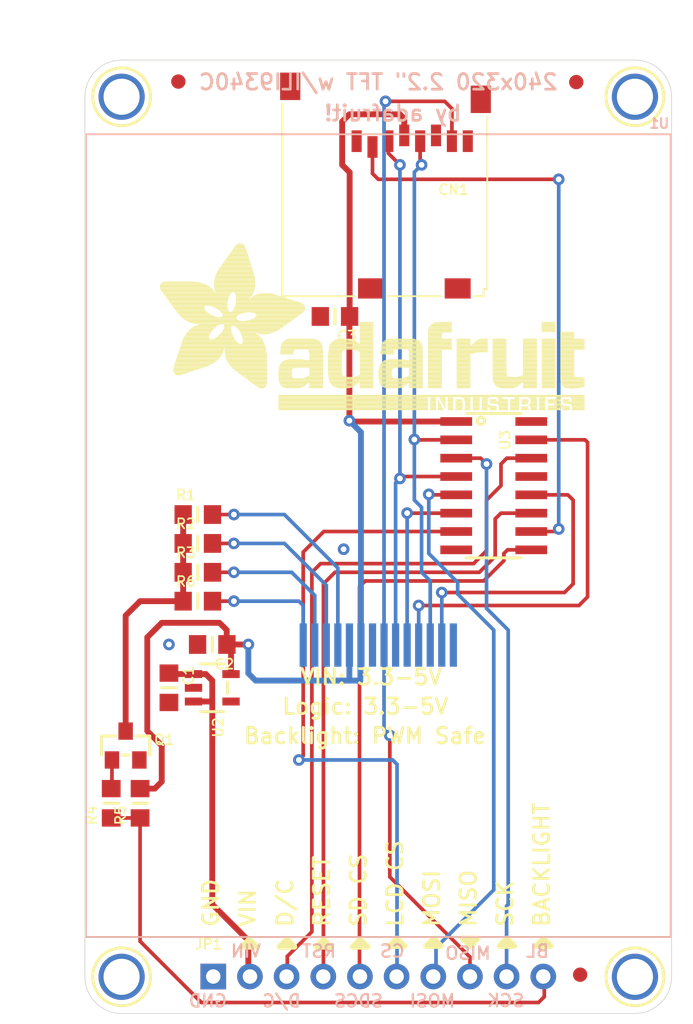
<source format=kicad_pcb>
(kicad_pcb (version 20241229) (generator "pcbnew") (generator_version "9.0")
  (layers (0 "F.Cu" signal) (2 "B.Cu" signal) (13 "F.Paste" user) (15 "B.Paste" user) (5 "F.SilkS" user "F.Silkscreen") (7 "B.SilkS" user "B.Silkscreen") (1 "F.Mask" user) (3 "B.Mask" user) (25 "Edge.Cuts" user))
  (net 0 "")
  (net 1 "N$1")
  (net 2 "N$2")
  (net 3 "N$3")
  (net 4 "GND")
  (net 5 "3.3V")
  (net 6 "VIN")
  (net 7 "RESET_3V")
  (net 8 "SCLK_3V")
  (net 9 "MOSI_3V")
  (net 10 "LCDCS_3V")
  (net 11 "MISO")
  (net 12 "SDCS_3V")
  (net 13 "SCLK_5V")
  (net 14 "MOSI_5V")
  (net 15 "LCDCS_5V")
  (net 16 "SDCS_5V")
  (net 17 "RESET_5V")
  (net 18 "LEDK")
  (net 19 "BACKLIGHT")
  (net 20 "N$4")
  (net 21 "DC_5V")
  (net 22 "DC_3V")
  (net 23 "N$5")
  (footprint "Adafruit_2.2_SPI_240x320:FIDUCIAL_1MM" (layer "F.Cu") (at 162.4851 135.3366)
    (property "Reference" "FID1" (hide yes))
    (property "Value" "FIDUCIAL\"\"" (hide yes))
    (pad "1" smd roundrect (at 0 0) (size 1 1) (layers "F.Cu" "F.Mask") (roundrect_rratio 0.5))
  )
  (footprint "Adafruit_2.2_SPI_240x320:_0805MP" (layer "F.Cu") (at 132.0011 123.4636 90)
    (property "Reference" "R5" (at -1.5875 -0.9525 90) (layer "F.SilkS") (effects (font (size 0.692831 0.692831) (thickness 0.119969)) (justify left bottom)))
    (property "Value" "10K")
    (pad "1" smd rect (at -1.016 0 90) (size 1.2 1.3) (layers "F.Cu" "F.Mask" "F.Paste") (net 19 "BACKLIGHT"))
    (pad "2" smd rect (at 1.016 0 90) (size 1.2 1.3) (layers "F.Cu" "F.Mask" "F.Paste") (net 5 "3.3V"))
  )
  (footprint "Adafruit_2.2_SPI_240x320:MOUNTINGHOLE_2.5_PLATED" (layer "F.Cu") (at 130.7211 135.4836)
    (property "Reference" "U$2" (hide yes))
    (property "Value" "MOUNTINGHOLE2.5" (hide yes))
    (pad "P$1" thru_hole circle (at 0 0) (size 3.2 3.2) (drill 2.5) (layers "*.Cu" "*.Mask"))
  )
  (footprint "Adafruit_2.2_SPI_240x320:MICROSD" (layer "F.Cu") (at 156.0011 88.2416 180)
    (property "Reference" "CN1" (at 1.18 7.69 0) (layer "F.SilkS") (effects (font (size 0.692831 0.692831) (thickness 0.119969)) (justify right top)))
    (property "Value" "")
    (pad "1" smd rect (at 9 10.64 180) (size 0.7 1.5) (layers "F.Cu" "F.Mask" "F.Paste"))
    (pad "2" smd rect (at 7.9 10.24 180) (size 0.7 1.5) (layers "F.Cu" "F.Mask" "F.Paste") (net 12 "SDCS_3V"))
    (pad "3" smd rect (at 6.8 10.64 180) (size 0.7 1.5) (layers "F.Cu" "F.Mask" "F.Paste") (net 9 "MOSI_3V"))
    (pad "4" smd rect (at 5.7 11.04 180) (size 0.7 1.5) (layers "F.Cu" "F.Mask" "F.Paste") (net 5 "3.3V"))
    (pad "5" smd rect (at 4.6 10.64 180) (size 0.7 1.5) (layers "F.Cu" "F.Mask" "F.Paste") (net 8 "SCLK_3V"))
    (pad "6" smd rect (at 3.5 11.04 180) (size 0.7 1.5) (layers "F.Cu" "F.Mask" "F.Paste") (net 4 "GND"))
    (pad "7" smd rect (at 2.4 10.64 180) (size 0.7 1.5) (layers "F.Cu" "F.Mask" "F.Paste") (net 11 "MISO"))
    (pad "8" smd rect (at 1.3 10.64 180) (size 0.7 1.5) (layers "F.Cu" "F.Mask" "F.Paste"))
    (pad "CD1" smd rect (at 2 0.44 270) (size 1.4 1.8) (layers "F.Cu" "F.Mask" "F.Paste"))
    (pad "CD2" smd rect (at 8 0.44 270) (size 1.4 1.8) (layers "F.Cu" "F.Mask" "F.Paste"))
    (pad "MT1" smd rect (at 0.4 13.54 180) (size 1.4 1.9) (layers "F.Cu" "F.Mask" "F.Paste") (net 4 "GND"))
    (pad "MT2" smd rect (at 13.6 14.44 180) (size 1.4 1.9) (layers "F.Cu" "F.Mask" "F.Paste") (net 4 "GND"))
  )
  (footprint "Adafruit_2.2_SPI_240x320:_0805MP" (layer "F.Cu") (at 137.0011 112.4636 180)
    (property "Reference" "C2" (at -1.5875 -0.9525 0) (layer "F.SilkS") (effects (font (size 0.692831 0.692831) (thickness 0.119969)) (justify right top)))
    (property "Value" "10uF")
    (pad "1" smd rect (at -1.016 0 180) (size 1.2 1.3) (layers "F.Cu" "F.Mask" "F.Paste") (net 5 "3.3V"))
    (pad "2" smd rect (at 1.016 0 180) (size 1.2 1.3) (layers "F.Cu" "F.Mask" "F.Paste") (net 4 "GND"))
  )
  (footprint "Adafruit_2.2_SPI_240x320:_0805MP" (layer "F.Cu") (at 136.0011 107.4636)
    (property "Reference" "R3" (at -1.5875 -0.9525 0) (layer "F.SilkS") (effects (font (size 0.692831 0.692831) (thickness 0.119969)) (justify left bottom)))
    (property "Value" "10")
    (pad "1" smd rect (at -1.016 0) (size 1.2 1.3) (layers "F.Cu" "F.Mask" "F.Paste") (net 18 "LEDK"))
    (pad "2" smd rect (at 1.016 0) (size 1.2 1.3) (layers "F.Cu" "F.Mask" "F.Paste") (net 3 "N$3"))
  )
  (footprint "Adafruit_2.2_SPI_240x320:ADAFRUIT_TEXT_30MM" (layer "F.Cu") (at 133.1361 96.2256)
    (property "Reference" "U$20" (hide yes))
    (property "Value" "" (hide yes))
  )
  (footprint "Adafruit_2.2_SPI_240x320:_0805MP" (layer "F.Cu") (at 136.0011 103.4636)
    (property "Reference" "R1" (at -1.5875 -0.9525 0) (layer "F.SilkS") (effects (font (size 0.692831 0.692831) (thickness 0.119969)) (justify left bottom)))
    (property "Value" "10")
    (pad "1" smd rect (at -1.016 0) (size 1.2 1.3) (layers "F.Cu" "F.Mask" "F.Paste") (net 18 "LEDK"))
    (pad "2" smd rect (at 1.016 0) (size 1.2 1.3) (layers "F.Cu" "F.Mask" "F.Paste") (net 1 "N$1"))
  )
  (footprint "Adafruit_2.2_SPI_240x320:MOUNTINGHOLE_2.5_PLATED" (layer "F.Cu") (at 130.7211 74.5236)
    (property "Reference" "U$4" (hide yes))
    (property "Value" "MOUNTINGHOLE2.5" (hide yes))
    (pad "P$1" thru_hole circle (at 0 0) (size 3.2 3.2) (drill 2.5) (layers "*.Cu" "*.Mask"))
  )
  (footprint "Adafruit_2.2_SPI_240x320:_0805MP" (layer "F.Cu") (at 130.0011 123.4636 90)
    (property "Reference" "R4" (at -1.5875 -0.9525 90) (layer "F.SilkS") (effects (font (size 0.692831 0.692831) (thickness 0.119969)) (justify left bottom)))
    (property "Value" "1K")
    (pad "1" smd rect (at -1.016 0 90) (size 1.2 1.3) (layers "F.Cu" "F.Mask" "F.Paste") (net 19 "BACKLIGHT"))
    (pad "2" smd rect (at 1.016 0 90) (size 1.2 1.3) (layers "F.Cu" "F.Mask" "F.Paste") (net 20 "N$4"))
  )
  (footprint "Adafruit_2.2_SPI_240x320:_0805MP" (layer "F.Cu") (at 136.0011 105.4636)
    (property "Reference" "R2" (at -1.5875 -0.9525 0) (layer "F.SilkS") (effects (font (size 0.692831 0.692831) (thickness 0.119969)) (justify left bottom)))
    (property "Value" "10")
    (pad "1" smd rect (at -1.016 0) (size 1.2 1.3) (layers "F.Cu" "F.Mask" "F.Paste") (net 18 "LEDK"))
    (pad "2" smd rect (at 1.016 0) (size 1.2 1.3) (layers "F.Cu" "F.Mask" "F.Paste") (net 2 "N$2"))
  )
  (footprint "Adafruit_2.2_SPI_240x320:FIDUCIAL_1MM" (layer "F.Cu") (at 162.2171 73.5076)
    (property "Reference" "FID3" (hide yes))
    (property "Value" "FIDUCIAL\"\"" (hide yes))
    (pad "1" smd roundrect (at 0 0) (size 1 1) (layers "F.Cu" "F.Mask") (roundrect_rratio 0.5))
  )
  (footprint "Adafruit_2.2_SPI_240x320:MOUNTINGHOLE_2.5_PLATED" (layer "F.Cu") (at 166.2811 74.5236)
    (property "Reference" "U$3" (hide yes))
    (property "Value" "MOUNTINGHOLE2.5" (hide yes))
    (pad "P$1" thru_hole circle (at 0 0) (size 3.2 3.2) (drill 2.5) (layers "*.Cu" "*.Mask"))
  )
  (footprint "Adafruit_2.2_SPI_240x320:1X10_ROUND70" (layer "F.Cu") (at 148.5011 135.4636)
    (property "Reference" "JP1" (at -12.7762 -1.8288 0) (layer "F.SilkS") (effects (font (size 0.692831 0.692831) (thickness 0.119969)) (justify left bottom)))
    (property "Value" "")
    (pad "1" thru_hole rect (at -11.43 0 90) (size 1.778 1.778) (drill 1) (layers "*.Cu" "*.Mask") (net 4 "GND"))
    (pad "2" thru_hole circle (at -8.89 0 90) (size 1.778 1.778) (drill 1) (layers "*.Cu" "*.Mask") (net 6 "VIN"))
    (pad "3" thru_hole circle (at -6.35 0 90) (size 1.778 1.778) (drill 1) (layers "*.Cu" "*.Mask") (net 21 "DC_5V"))
    (pad "4" thru_hole circle (at -3.81 0 90) (size 1.778 1.778) (drill 1) (layers "*.Cu" "*.Mask") (net 17 "RESET_5V"))
    (pad "5" thru_hole circle (at -1.27 0 90) (size 1.778 1.778) (drill 1) (layers "*.Cu" "*.Mask") (net 16 "SDCS_5V"))
    (pad "6" thru_hole circle (at 1.27 0 90) (size 1.778 1.778) (drill 1) (layers "*.Cu" "*.Mask") (net 15 "LCDCS_5V"))
    (pad "7" thru_hole circle (at 3.81 0 90) (size 1.778 1.778) (drill 1) (layers "*.Cu" "*.Mask") (net 14 "MOSI_5V"))
    (pad "8" thru_hole circle (at 6.35 0 90) (size 1.778 1.778) (drill 1) (layers "*.Cu" "*.Mask") (net 11 "MISO"))
    (pad "9" thru_hole circle (at 8.89 0 90) (size 1.778 1.778) (drill 1) (layers "*.Cu" "*.Mask") (net 13 "SCLK_5V"))
    (pad "10" thru_hole circle (at 11.43 0 90) (size 1.778 1.778) (drill 1) (layers "*.Cu" "*.Mask") (net 19 "BACKLIGHT"))
  )
  (footprint "Adafruit_2.2_SPI_240x320:_0805MP" (layer "F.Cu") (at 136.0011 109.4636)
    (property "Reference" "R6" (at -1.5875 -0.9525 0) (layer "F.SilkS") (effects (font (size 0.692831 0.692831) (thickness 0.119969)) (justify left bottom)))
    (property "Value" "10")
    (pad "1" smd rect (at -1.016 0) (size 1.2 1.3) (layers "F.Cu" "F.Mask" "F.Paste") (net 18 "LEDK"))
    (pad "2" smd rect (at 1.016 0) (size 1.2 1.3) (layers "F.Cu" "F.Mask" "F.Paste") (net 23 "N$5"))
  )
  (footprint "Adafruit_2.2_SPI_240x320:SOIC16" (layer "F.Cu") (at 156.5011 101.4636 -90)
    (property "Reference" "U3" (at -3.937 -0.381 90) (layer "F.SilkS") (effects (font (size 0.692831 0.692831) (thickness 0.119969)) (justify right top)))
    (property "Value" "74HC4050D")
    (pad "1" smd rect (at -4.445 2.6 270) (size 0.6 2.2) (layers "F.Cu" "F.Mask" "F.Paste") (net 5 "3.3V"))
    (pad "2" smd rect (at -3.175 2.6 270) (size 0.6 2.2) (layers "F.Cu" "F.Mask" "F.Paste") (net 8 "SCLK_3V"))
    (pad "3" smd rect (at -1.905 2.6 270) (size 0.6 2.2) (layers "F.Cu" "F.Mask" "F.Paste") (net 13 "SCLK_5V"))
    (pad "4" smd rect (at -0.635 2.6 270) (size 0.6 2.2) (layers "F.Cu" "F.Mask" "F.Paste") (net 9 "MOSI_3V"))
    (pad "5" smd rect (at 0.635 2.6 270) (size 0.6 2.2) (layers "F.Cu" "F.Mask" "F.Paste") (net 14 "MOSI_5V"))
    (pad "6" smd rect (at 1.905 2.6 270) (size 0.6 2.2) (layers "F.Cu" "F.Mask" "F.Paste") (net 10 "LCDCS_3V"))
    (pad "7" smd rect (at 3.175 2.6 270) (size 0.6 2.2) (layers "F.Cu" "F.Mask" "F.Paste") (net 15 "LCDCS_5V"))
    (pad "8" smd rect (at 4.445 2.6 270) (size 0.6 2.2) (layers "F.Cu" "F.Mask" "F.Paste") (net 4 "GND"))
    (pad "9" smd rect (at 4.445 -2.6 270) (size 0.6 2.2) (layers "F.Cu" "F.Mask" "F.Paste") (net 16 "SDCS_5V"))
    (pad "10" smd rect (at 3.175 -2.6 270) (size 0.6 2.2) (layers "F.Cu" "F.Mask" "F.Paste") (net 12 "SDCS_3V"))
    (pad "11" smd rect (at 1.905 -2.6 270) (size 0.6 2.2) (layers "F.Cu" "F.Mask" "F.Paste") (net 17 "RESET_5V"))
    (pad "12" smd rect (at 0.635 -2.6 270) (size 0.6 2.2) (layers "F.Cu" "F.Mask" "F.Paste") (net 7 "RESET_3V"))
    (pad "13" smd rect (at -0.635 -2.6 270) (size 0.6 2.2) (layers "F.Cu" "F.Mask" "F.Paste"))
    (pad "14" smd rect (at -1.905 -2.6 270) (size 0.6 2.2) (layers "F.Cu" "F.Mask" "F.Paste") (net 21 "DC_5V"))
    (pad "15" smd rect (at -3.175 -2.6 270) (size 0.6 2.2) (layers "F.Cu" "F.Mask" "F.Paste") (net 22 "DC_3V"))
    (pad "16" smd rect (at -4.445 -2.6 270) (size 0.6 2.2) (layers "F.Cu" "F.Mask" "F.Paste"))
  )
  (footprint "Adafruit_2.2_SPI_240x320:SOT23-5" (layer "F.Cu") (at 137.0011 115.4636 -90)
    (property "Reference" "U2" (at 1.978 0 90) (layer "F.SilkS") (effects (font (size 0.692831 0.692831) (thickness 0.119969)) (justify right top)))
    (property "Value" "RT9193-3.3")
    (pad "1" smd rect (at -0.95 1.3001 270) (size 0.55 1.2) (layers "F.Cu" "F.Mask" "F.Paste") (net 6 "VIN"))
    (pad "2" smd rect (at 0 1.3001 270) (size 0.55 1.2) (layers "F.Cu" "F.Mask" "F.Paste") (net 4 "GND"))
    (pad "3" smd rect (at 0.95 1.3001 270) (size 0.55 1.2) (layers "F.Cu" "F.Mask" "F.Paste") (net 6 "VIN"))
    (pad "4" smd rect (at 0.95 -1.3001 270) (size 0.55 1.2) (layers "F.Cu" "F.Mask" "F.Paste"))
    (pad "5" smd rect (at -0.95 -1.3001 270) (size 0.55 1.2) (layers "F.Cu" "F.Mask" "F.Paste") (net 5 "3.3V"))
  )
  (footprint "Adafruit_2.2_SPI_240x320:FIDUCIAL_1MM" (layer "F.Cu") (at 134.6521 73.4716)
    (property "Reference" "FID2" (hide yes))
    (property "Value" "FIDUCIAL\"\"" (hide yes))
    (pad "1" smd roundrect (at 0 0) (size 1 1) (layers "F.Cu" "F.Mask") (roundrect_rratio 0.5))
  )
  (footprint "Adafruit_2.2_SPI_240x320:MOUNTINGHOLE_2.5_PLATED" (layer "F.Cu") (at 166.2811 135.4836)
    (property "Reference" "U$5" (hide yes))
    (property "Value" "MOUNTINGHOLE2.5" (hide yes))
    (pad "P$1" thru_hole circle (at 0 0) (size 3.2 3.2) (drill 2.5) (layers "*.Cu" "*.Mask"))
  )
  (footprint "Adafruit_2.2_SPI_240x320:SOT23-WIDE" (layer "F.Cu") (at 131.0011 119.4636)
    (property "Reference" "Q1" (at 1.905 0 0) (layer "F.SilkS") (effects (font (size 0.692831 0.692831) (thickness 0.119969)) (justify left bottom)))
    (property "Value" "2N2222")
    (pad "1" smd rect (at -0.95 1) (size 1 1.2) (layers "F.Cu" "F.Mask" "F.Paste") (net 20 "N$4"))
    (pad "2" smd rect (at 0.95 1) (size 1 1.2) (layers "F.Cu" "F.Mask" "F.Paste") (net 4 "GND"))
    (pad "3" smd rect (at 0 -1) (size 1 1.2) (layers "F.Cu" "F.Mask" "F.Paste") (net 18 "LEDK"))
  )
  (footprint "Adafruit_2.2_SPI_240x320:_0805MP" (layer "F.Cu") (at 134.0011 115.4636 -90)
    (property "Reference" "C1" (at -1.5875 -0.9525 90) (layer "F.SilkS") (effects (font (size 0.692831 0.692831) (thickness 0.119969)) (justify right top)))
    (property "Value" "10uF")
    (pad "1" smd rect (at -1.016 0 270) (size 1.2 1.3) (layers "F.Cu" "F.Mask" "F.Paste") (net 6 "VIN"))
    (pad "2" smd rect (at 1.016 0 270) (size 1.2 1.3) (layers "F.Cu" "F.Mask" "F.Paste") (net 4 "GND"))
  )
  (footprint "Adafruit_2.2_SPI_240x320:_0805MP" (layer "F.Cu") (at 145.5011 89.7416 180)
    (property "Reference" "C3" (at -1.5875 -0.9525 0) (layer "F.SilkS") (effects (font (size 0.692831 0.692831) (thickness 0.119969)) (justify right top)))
    (property "Value" "10uF")
    (pad "1" smd rect (at -1.016 0 180) (size 1.2 1.3) (layers "F.Cu" "F.Mask" "F.Paste") (net 5 "3.3V"))
    (pad "2" smd rect (at 1.016 0 180) (size 1.2 1.3) (layers "F.Cu" "F.Mask" "F.Paste") (net 4 "GND"))
  )
  (footprint "Adafruit_2.2_SPI_240x320:TM022HDH26_2.2IN_LCD" (layer "B.Cu") (at 148.5011 102.8446 180)
    (property "Reference" "U1" (at -20.233 26.081 0) (layer "B.SilkS") (effects (font (size 0.666496 0.666496) (thickness 0.146304)) (justify left bottom mirror)))
    (property "Value" "")
    (pad "" np_thru_hole circle (at -18.5 -26.58 180) (size 1 1) (drill 1) (layers "*.Cu" "*.Mask"))
    (pad "" np_thru_hole circle (at -18.5 19.92 180) (size 1 1) (drill 1) (layers "*.Cu" "*.Mask"))
    (pad "" np_thru_hole circle (at -6.65 -10.01 180) (size 1 1) (drill 1) (layers "*.Cu" "*.Mask"))
    (pad "" np_thru_hole circle (at 6.65 -10.01 180) (size 1 1) (drill 1) (layers "*.Cu" "*.Mask"))
    (pad "" np_thru_hole circle (at 18.5 -26.58 180) (size 1 1) (drill 1) (layers "*.Cu" "*.Mask"))
    (pad "" np_thru_hole circle (at 18.5 19.92 180) (size 1 1) (drill 1) (layers "*.Cu" "*.Mask"))
    (pad "1" smd rect (at -5.2 -9.66 180) (size 0.5 3) (layers "B.Cu" "B.Mask" "B.Paste") (net 4 "GND"))
    (pad "2" smd rect (at -4.4 -9.66 180) (size 0.5 3) (layers "B.Cu" "B.Mask" "B.Paste") (net 7 "RESET_3V"))
    (pad "3" smd rect (at -3.6 -9.66 180) (size 0.5 3) (layers "B.Cu" "B.Mask" "B.Paste") (net 8 "SCLK_3V"))
    (pad "4" smd rect (at -2.8 -9.66 180) (size 0.5 3) (layers "B.Cu" "B.Mask" "B.Paste") (net 22 "DC_3V"))
    (pad "5" smd rect (at -2 -9.66 180) (size 0.5 3) (layers "B.Cu" "B.Mask" "B.Paste") (net 10 "LCDCS_3V"))
    (pad "6" smd rect (at -1.2 -9.66 180) (size 0.5 3) (layers "B.Cu" "B.Mask" "B.Paste") (net 9 "MOSI_3V"))
    (pad "7" smd rect (at -0.4 -9.66 180) (size 0.5 3) (layers "B.Cu" "B.Mask" "B.Paste") (net 11 "MISO"))
    (pad "8" smd rect (at 0.4 -9.66 180) (size 0.5 3) (layers "B.Cu" "B.Mask" "B.Paste") (net 4 "GND"))
    (pad "9" smd rect (at 1.2 -9.66 180) (size 0.5 3) (layers "B.Cu" "B.Mask" "B.Paste") (net 5 "3.3V"))
    (pad "10" smd rect (at 2 -9.66 180) (size 0.5 3) (layers "B.Cu" "B.Mask" "B.Paste") (net 5 "3.3V"))
    (pad "11" smd rect (at 2.8 -9.66 180) (size 0.5 3) (layers "B.Cu" "B.Mask" "B.Paste") (net 1 "N$1"))
    (pad "12" smd rect (at 3.6 -9.66 180) (size 0.5 3) (layers "B.Cu" "B.Mask" "B.Paste") (net 2 "N$2"))
    (pad "13" smd rect (at 4.4 -9.66 180) (size 0.5 3) (layers "B.Cu" "B.Mask" "B.Paste") (net 3 "N$3"))
    (pad "14" smd rect (at 5.2 -9.66 180) (size 0.5 3) (layers "B.Cu" "B.Mask" "B.Paste") (net 23 "N$5"))
  )
  (gr_line (start 142.1711 132.8916) (end 141.6631 133.3996) (stroke (width 0.4064)) (layer "F.SilkS"))
  (gr_line (start 154.3631 132.8376) (end 154.8711 133.3456) (stroke (width 0.4064)) (layer "F.SilkS"))
  (gr_line (start 144.7111 132.8916) (end 144.2031 133.3996) (stroke (width 0.4064)) (layer "F.SilkS"))
  (gr_line (start 151.8231 133.3456) (end 152.8391 133.3456) (stroke (width 0.4064)) (layer "F.SilkS"))
  (gr_line (start 157.9191 133.3456) (end 157.4111 132.8376) (stroke (width 0.4064)) (layer "F.SilkS"))
  (gr_line (start 156.9031 133.3456) (end 157.9191 133.3456) (stroke (width 0.4064)) (layer "F.SilkS"))
  (gr_line (start 147.2511 132.8916) (end 146.7431 133.3996) (stroke (width 0.4064)) (layer "F.SilkS"))
  (gr_line (start 149.7911 132.8376) (end 149.2831 133.3456) (stroke (width 0.4064)) (layer "F.SilkS"))
  (gr_line (start 160.4591 133.3456) (end 159.9511 132.8376) (stroke (width 0.4064)) (layer "F.SilkS"))
  (gr_line (start 139.0631 133.3996) (end 140.0791 133.3996) (stroke (width 0.4064)) (layer "F.SilkS"))
  (gr_line (start 144.2031 133.3996) (end 145.2191 133.3996) (stroke (width 0.4064)) (layer "F.SilkS"))
  (gr_line (start 159.9511 132.8376) (end 159.4431 133.3456) (stroke (width 0.4064)) (layer "F.SilkS"))
  (gr_line (start 155.3791 132.8376) (end 154.3631 132.8376) (stroke (width 0.4064)) (layer "F.SilkS"))
  (gr_line (start 146.7431 133.3996) (end 147.7591 133.3996) (stroke (width 0.4064)) (layer "F.SilkS"))
  (gr_line (start 140.0791 133.3996) (end 139.5711 132.8916) (stroke (width 0.4064)) (layer "F.SilkS"))
  (gr_line (start 139.5711 132.8916) (end 139.0631 133.3996) (stroke (width 0.4064)) (layer "F.SilkS"))
  (gr_line (start 145.2191 133.3996) (end 144.7111 132.8916) (stroke (width 0.4064)) (layer "F.SilkS"))
  (gr_line (start 141.6631 133.3996) (end 142.6791 133.3996) (stroke (width 0.4064)) (layer "F.SilkS"))
  (gr_line (start 157.4111 132.8376) (end 156.9031 133.3456) (stroke (width 0.4064)) (layer "F.SilkS"))
  (gr_line (start 152.3311 132.8376) (end 151.8231 133.3456) (stroke (width 0.4064)) (layer "F.SilkS"))
  (gr_line (start 152.8391 133.3456) (end 152.3311 132.8376) (stroke (width 0.4064)) (layer "F.SilkS"))
  (gr_line (start 147.7591 133.3996) (end 147.2511 132.8916) (stroke (width 0.4064)) (layer "F.SilkS"))
  (gr_line (start 149.2831 133.3456) (end 150.2991 133.3456) (stroke (width 0.4064)) (layer "F.SilkS"))
  (gr_line (start 154.8711 133.3456) (end 155.3791 132.8376) (stroke (width 0.4064)) (layer "F.SilkS"))
  (gr_line (start 142.6791 133.3996) (end 142.1711 132.8916) (stroke (width 0.4064)) (layer "F.SilkS"))
  (gr_line (start 159.4431 133.3456) (end 160.4591 133.3456) (stroke (width 0.4064)) (layer "F.SilkS"))
  (gr_line (start 150.2991 133.3456) (end 149.7911 132.8376) (stroke (width 0.4064)) (layer "F.SilkS"))
  (gr_line (start 168.8211 135.4836) (end 168.8211 74.5236) (stroke (width 0.05)) (layer "Edge.Cuts"))
  (gr_arc (start 168.8211 135.4836) (mid 168.077151 137.279651) (end 166.2811 138.0236) (stroke (width 0.05)) (layer "Edge.Cuts"))
  (gr_arc (start 166.2811 71.9836) (mid 168.077151 72.727549) (end 168.8211 74.5236) (stroke (width 0.05)) (layer "Edge.Cuts"))
  (gr_arc (start 130.7211 138.0236) (mid 128.925049 137.279651) (end 128.1811 135.4836) (stroke (width 0.05)) (layer "Edge.Cuts"))
  (gr_line (start 166.2811 71.9836) (end 130.7211 71.9836) (stroke (width 0.05)) (layer "Edge.Cuts"))
  (gr_line (start 128.1811 74.5236) (end 128.1811 135.4836) (stroke (width 0.05)) (layer "Edge.Cuts"))
  (gr_arc (start 128.1811 74.5236) (mid 128.925049 72.727549) (end 130.7211 71.9836) (stroke (width 0.05)) (layer "Edge.Cuts"))
  (gr_line (start 130.7211 138.0236) (end 166.2811 138.0236) (stroke (width 0.05)) (layer "Edge.Cuts"))
  (gr_text "BACKLIGHT" (at 160.4591 132.1296 90) (layer "F.SilkS") (effects (font (size 1.0795 1.0795) (thickness 0.1905)) (justify left bottom)))
  (gr_text "MOSI" (at 152.8391 132.1296 90) (layer "F.SilkS") (effects (font (size 1.0795 1.0795) (thickness 0.1905)) (justify left bottom)))
  (gr_text "D/C" (at 142.6791 132.1296 90) (layer "F.SilkS") (effects (font (size 1.0795 1.0795) (thickness 0.1905)) (justify left bottom)))
  (gr_text "MISO" (at 155.3791 132.1296 90) (layer "F.SilkS") (effects (font (size 1.0795 1.0795) (thickness 0.1905)) (justify left bottom)))
  (gr_text "GND" (at 137.5391 132.1296 90) (layer "F.SilkS") (effects (font (size 1.0795 1.0795) (thickness 0.1905)) (justify left bottom)))
  (gr_text "SCK" (at 157.9191 132.1296 90) (layer "F.SilkS") (effects (font (size 1.0795 1.0795) (thickness 0.1905)) (justify left bottom)))
  (gr_text "Backlight: PWM Safe" (at 139.0741 119.4216 0) (layer "F.SilkS") (effects (font (size 1.0795 1.0795) (thickness 0.1905)) (justify left bottom)))
  (gr_text "Logic: 3.3-5V" (at 141.7411 117.3896 0) (layer "F.SilkS") (effects (font (size 1.0795 1.0795) (thickness 0.1905)) (justify left bottom)))
  (gr_text "LCD CS" (at 150.2991 132.1296 90) (layer "F.SilkS") (effects (font (size 1.0795 1.0795) (thickness 0.1905)) (justify left bottom)))
  (gr_text "SD CS" (at 147.7591 132.1296 90) (layer "F.SilkS") (effects (font (size 1.0795 1.0795) (thickness 0.1905)) (justify left bottom)))
  (gr_text "RESET" (at 145.2191 132.1296 90) (layer "F.SilkS") (effects (font (size 1.0795 1.0795) (thickness 0.1905)) (justify left bottom)))
  (gr_text "VIN: 3.3-5V" (at 143.0111 115.3576 0) (layer "F.SilkS") (effects (font (size 1.0795 1.0795) (thickness 0.1905)) (justify left bottom)))
  (gr_text "VIN" (at 140.0791 132.1296 90) (layer "F.SilkS") (effects (font (size 1.0795 1.0795) (thickness 0.1905)) (justify left bottom)))
  (gr_text "VIN" (at 140.4591 134.2096 -0) (layer "B.SilkS") (effects (font (size 0.8636 0.8636) (thickness 0.1524)) (justify left bottom mirror)))
  (gr_text "SCK" (at 158.7071 137.6386 -0) (layer "B.SilkS") (effects (font (size 0.8636 0.8636) (thickness 0.1524)) (justify left bottom mirror)))
  (gr_text "D/C" (at 143.2131 137.6596 -0) (layer "B.SilkS") (effects (font (size 0.8636 0.8636) (thickness 0.1524)) (justify left bottom mirror)))
  (gr_text "MOSI" (at 153.9131 137.6596 -0) (layer "B.SilkS") (effects (font (size 0.8636 0.8636) (thickness 0.1524)) (justify left bottom mirror)))
  (gr_text "240x320 2.2\" TFT w/ILI9340C" (at 148.5011 73.5076 -0) (layer "B.SilkS") (effects (font (size 1.0795 1.0795) (thickness 0.1905)) (justify mirror)))
  (gr_text "GND" (at 138.1131 137.6596 -0) (layer "B.SilkS") (effects (font (size 0.8636 0.8636) (thickness 0.1524)) (justify left bottom mirror)))
  (gr_text "BL" (at 160.4131 134.2096 -0) (layer "B.SilkS") (effects (font (size 0.8636 0.8636) (thickness 0.1524)) (justify left bottom mirror)))
  (gr_text "by adafruit!" (at 149.5171 75.6666 -0) (layer "B.SilkS") (effects (font (size 1.0795 1.0795) (thickness 0.1905)) (justify mirror)))
  (gr_text "SDCS" (at 148.9131 137.6596 -0) (layer "B.SilkS") (effects (font (size 0.8636 0.8636) (thickness 0.1524)) (justify left bottom mirror)))
  (gr_text "MISO" (at 156.3731 134.3576 -0) (layer "B.SilkS") (effects (font (size 0.8636 0.8636) (thickness 0.1524)) (justify left bottom mirror)))
  (gr_text "CS" (at 150.4131 134.2096 -0) (layer "B.SilkS") (effects (font (size 0.8636 0.8636) (thickness 0.1524)) (justify left bottom mirror)))
  (gr_text "RST" (at 145.6591 134.2096 -0) (layer "B.SilkS") (effects (font (size 0.8636 0.8636) (thickness 0.1524)) (justify left bottom mirror)))
  (segment (start 138.5011 103.4636) (end 137.0171 103.4636) (width 0.254) (layer "F.Cu") (net 1))
  (via (at 138.5011 103.4636) (size 0.8064) (drill 0.4) (layers "F.Cu" "B.Cu") (net 1))
  (segment (start 145.7011 107.1636) (end 142.0011 103.4636) (width 0.254) (layer "B.Cu") (net 1))
  (segment (start 145.7011 112.5046) (end 145.7011 107.1636) (width 0.254) (layer "B.Cu") (net 1))
  (segment (start 142.0011 103.4636) (end 138.5011 103.4636) (width 0.254) (layer "B.Cu") (net 1))
  (segment (start 138.5011 105.4636) (end 137.0171 105.4636) (width 0.254) (layer "F.Cu") (net 2))
  (via (at 138.5011 105.4636) (size 0.8064) (drill 0.4) (layers "F.Cu" "B.Cu") (net 2))
  (segment (start 144.9011 108.3636) (end 142.0011 105.4636) (width 0.254) (layer "B.Cu") (net 2))
  (segment (start 144.9011 112.5046) (end 144.9011 108.3636) (width 0.254) (layer "B.Cu") (net 2))
  (segment (start 142.0011 105.4636) (end 138.5011 105.4636) (width 0.254) (layer "B.Cu") (net 2))
  (segment (start 138.5011 107.4636) (end 137.0171 107.4636) (width 0.254) (layer "F.Cu") (net 3))
  (via (at 138.5011 107.4636) (size 0.8064) (drill 0.4) (layers "F.Cu" "B.Cu") (net 3))
  (segment (start 144.1011 109.0636) (end 142.5011 107.4636) (width 0.254) (layer "B.Cu") (net 3))
  (segment (start 142.5011 107.4636) (end 138.5011 107.4636) (width 0.254) (layer "B.Cu") (net 3))
  (segment (start 144.1011 112.5046) (end 144.1011 109.0636) (width 0.254) (layer "B.Cu") (net 3))
  (via (at 146.1011 105.8636) (size 0.8064) (drill 0.4) (layers "F.Cu" "B.Cu") (net 4))
  (via (at 134.0011 112.4636) (size 0.8064) (drill 0.4) (layers "F.Cu" "B.Cu") (net 4))
  (segment (start 153.9011 97.0186) (end 146.5561 97.0186) (width 0.4064) (layer "F.Cu") (net 5))
  (segment (start 146.5011 75.7416) (end 150.0011 75.7416) (width 0.4064) (layer "F.Cu") (net 5))
  (segment (start 138.3012 114.5136) (end 138.3012 112.7477) (width 0.4064) (layer "F.Cu") (net 5))
  (segment (start 146.5011 96.9636) (end 146.5011 89.7576) (width 0.4064) (layer "F.Cu") (net 5))
  (segment (start 132.5011 118.4636) (end 132.5011 111.9636) (width 0.4064) (layer "F.Cu") (net 5))
  (segment (start 146.0011 79.2416) (end 146.0011 76.2416) (width 0.4064) (layer "F.Cu") (net 5))
  (segment (start 146.5561 97.0186) (end 146.5011 96.9636) (width 0.4064) (layer "F.Cu") (net 5))
  (segment (start 133.5011 119.4636) (end 132.5011 118.4636) (width 0.4064) (layer "F.Cu") (net 5))
  (segment (start 150.3011 76.0416) (end 150.0011 75.7416) (width 0.4064) (layer "F.Cu") (net 5))
  (segment (start 139.5011 112.4636) (end 138.0171 112.4636) (width 0.4064) (layer "F.Cu") (net 5))
  (segment (start 133.5011 110.9636) (end 137.5011 110.9636) (width 0.4064) (layer "F.Cu") (net 5))
  (segment (start 138.0011 112.4476) (end 138.0171 112.4636) (width 0.4064) (layer "F.Cu") (net 5))
  (segment (start 146.5011 89.7576) (end 146.5171 89.7416) (width 0.4064) (layer "F.Cu") (net 5))
  (segment (start 150.3011 77.2016) (end 150.3011 76.0416) (width 0.4064) (layer "F.Cu") (net 5))
  (segment (start 132.0011 122.4476) (end 133.0171 122.4476) (width 0.4064) (layer "F.Cu") (net 5))
  (segment (start 146.5171 79.7576) (end 146.0011 79.2416) (width 0.4064) (layer "F.Cu") (net 5))
  (segment (start 138.3012 112.7477) (end 138.0171 112.4636) (width 0.4064) (layer "F.Cu") (net 5))
  (segment (start 137.5011 110.9636) (end 138.0011 111.4636) (width 0.4064) (layer "F.Cu") (net 5))
  (segment (start 146.5171 89.7416) (end 146.5171 79.7576) (width 0.4064) (layer "F.Cu") (net 5))
  (segment (start 133.5011 121.9636) (end 133.5011 119.4636) (width 0.4064) (layer "F.Cu") (net 5))
  (segment (start 133.0171 122.4476) (end 133.5011 121.9636) (width 0.4064) (layer "F.Cu") (net 5))
  (segment (start 132.5011 111.9636) (end 133.5011 110.9636) (width 0.4064) (layer "F.Cu") (net 5))
  (segment (start 146.0011 76.2416) (end 146.5011 75.7416) (width 0.4064) (layer "F.Cu") (net 5))
  (segment (start 138.0011 111.4636) (end 138.0011 112.4476) (width 0.4064) (layer "F.Cu") (net 5))
  (via (at 139.5011 112.4636) (size 0.8064) (drill 0.4) (layers "F.Cu" "B.Cu") (net 5))
  (via (at 146.5011 96.9636) (size 0.8064) (drill 0.4) (layers "F.Cu" "B.Cu") (net 5))
  (segment (start 147.3011 97.7636) (end 146.5011 96.9636) (width 0.4064) (layer "B.Cu") (net 5))
  (segment (start 147.3011 112.5046) (end 147.2551 114.9636) (width 0.4064) (layer "B.Cu") (net 5))
  (segment (start 146.5011 114.9636) (end 140.0011 114.9636) (width 0.4064) (layer "B.Cu") (net 5))
  (segment (start 147.3011 112.5046) (end 147.3011 97.7636) (width 0.4064) (layer "B.Cu") (net 5))
  (segment (start 139.5011 114.4636) (end 139.5011 112.4636) (width 0.4064) (layer "B.Cu") (net 5))
  (segment (start 140.0011 114.9636) (end 139.5011 114.4636) (width 0.4064) (layer "B.Cu") (net 5))
  (segment (start 146.5011 112.5046) (end 146.5011 114.9636) (width 0.4064) (layer "B.Cu") (net 5))
  (segment (start 147.2551 114.9636) (end 146.5011 114.9636) (width 0.4064) (layer "B.Cu") (net 5))
  (segment (start 135.701 114.5136) (end 134.0671 114.5136) (width 0.4064) (layer "F.Cu") (net 6))
  (segment (start 139.5011 135.3536) (end 139.6111 135.4636) (width 0.4064) (layer "F.Cu") (net 6))
  (segment (start 136.9511 116.4136) (end 137.0011 116.4636) (width 0.4064) (layer "F.Cu") (net 6))
  (segment (start 134.0671 114.5136) (end 134.0011 114.4476) (width 0.4064) (layer "F.Cu") (net 6))
  (segment (start 136.5511 114.5136) (end 137.0011 114.9636) (width 0.4064) (layer "F.Cu") (net 6))
  (segment (start 135.701 114.5136) (end 136.5511 114.5136) (width 0.4064) (layer "F.Cu") (net 6))
  (segment (start 137.0011 130.4636) (end 139.5011 132.9636) (width 0.4064) (layer "F.Cu") (net 6))
  (segment (start 135.701 116.4136) (end 136.9511 116.4136) (width 0.4064) (layer "F.Cu") (net 6))
  (segment (start 137.0011 114.9636) (end 137.0011 116.4636) (width 0.4064) (layer "F.Cu") (net 6))
  (segment (start 137.0011 116.4636) (end 137.0011 130.4636) (width 0.4064) (layer "F.Cu") (net 6))
  (segment (start 139.5011 132.9636) (end 139.5011 135.3536) (width 0.4064) (layer "F.Cu") (net 6))
  (segment (start 159.1011 102.0986) (end 161.6361 102.0986) (width 0.254) (layer "F.Cu") (net 7))
  (segment (start 161.6361 102.0986) (end 162.0011 102.4636) (width 0.254) (layer "F.Cu") (net 7))
  (segment (start 162.0011 102.4636) (end 162.0011 108.2636) (width 0.254) (layer "F.Cu") (net 7))
  (segment (start 152.9011 108.8636) (end 161.4011 108.8636) (width 0.254) (layer "F.Cu") (net 7))
  (segment (start 162.0011 108.2636) (end 161.4011 108.8636) (width 0.254) (layer "F.Cu") (net 7))
  (via (at 152.9011 108.8636) (size 0.8064) (drill 0.4) (layers "F.Cu" "B.Cu") (net 7))
  (segment (start 152.9011 112.5046) (end 152.9011 108.8636) (width 0.254) (layer "B.Cu") (net 7))
  (segment (start 153.9011 98.2886) (end 151.1761 98.2886) (width 0.254) (layer "F.Cu") (net 8))
  (segment (start 151.4011 77.6016) (end 151.4011 79.1416) (width 0.254) (layer "F.Cu") (net 8))
  (segment (start 151.4011 79.1416) (end 151.5011 79.2416) (width 0.254) (layer "F.Cu") (net 8))
  (segment (start 151.1761 98.2886) (end 151.0011 98.2636) (width 0.254) (layer "F.Cu") (net 8))
  (via (at 151.0011 98.2636) (size 0.8064) (drill 0.4) (layers "F.Cu" "B.Cu") (net 8))
  (via (at 151.5011 79.2416) (size 0.8064) (drill 0.4) (layers "F.Cu" "B.Cu") (net 8))
  (segment (start 151.5011 102.9636) (end 151.5011 107.4636) (width 0.254) (layer "B.Cu") (net 8))
  (segment (start 151.0011 79.7416) (end 151.0011 98.2636) (width 0.254) (layer "B.Cu") (net 8))
  (segment (start 151.0011 102.4636) (end 151.5011 102.9636) (width 0.254) (layer "B.Cu") (net 8))
  (segment (start 151.0011 102.4636) (end 151.0011 98.2636) (width 0.254) (layer "B.Cu") (net 8))
  (segment (start 152.1011 112.5046) (end 152.1011 108.0636) (width 0.254) (layer "B.Cu") (net 8))
  (segment (start 151.5011 79.2416) (end 151.0011 79.7416) (width 0.254) (layer "B.Cu") (net 8))
  (segment (start 151.5011 107.4636) (end 152.1011 108.0636) (width 0.254) (layer "B.Cu") (net 8))
  (segment (start 153.9011 100.8286) (end 150.1361 100.8286) (width 0.254) (layer "F.Cu") (net 9))
  (segment (start 149.2011 78.4416) (end 150.0011 79.2416) (width 0.254) (layer "F.Cu") (net 9))
  (segment (start 150.1361 100.8286) (end 150.0011 100.9636) (width 0.254) (layer "F.Cu") (net 9))
  (segment (start 149.2011 77.6016) (end 149.2011 78.4416) (width 0.254) (layer "F.Cu") (net 9))
  (via (at 150.0011 79.2416) (size 0.8064) (drill 0.4) (layers "F.Cu" "B.Cu") (net 9))
  (via (at 150.0011 100.9636) (size 0.8064) (drill 0.4) (layers "F.Cu" "B.Cu") (net 9))
  (segment (start 150.0011 79.2416) (end 150.0011 100.9636) (width 0.254) (layer "B.Cu") (net 9))
  (segment (start 149.7011 112.5046) (end 149.7011 101.2636) (width 0.254) (layer "B.Cu") (net 9))
  (segment (start 149.7011 101.2636) (end 150.0011 100.9636) (width 0.254) (layer "B.Cu") (net 9))
  (segment (start 150.7961 103.3686) (end 150.5011 103.3636) (width 0.254) (layer "F.Cu") (net 10))
  (segment (start 153.9011 103.3686) (end 150.7961 103.3686) (width 0.254) (layer "F.Cu") (net 10))
  (via (at 150.5011 103.3636) (size 0.8064) (drill 0.4) (layers "F.Cu" "B.Cu") (net 10))
  (segment (start 150.5011 112.5046) (end 150.5011 103.3636) (width 0.254) (layer "B.Cu") (net 10))
  (segment (start 154.8511 134.1136) (end 154.8511 135.4636) (width 0.254) (layer "F.Cu") (net 11))
  (segment (start 153.6011 75.3416) (end 153.1011 74.8416) (width 0.254) (layer "F.Cu") (net 11))
  (segment (start 149.3011 128.5636) (end 154.8511 134.1136) (width 0.254) (layer "F.Cu") (net 11))
  (segment (start 149.0011 74.8416) (end 153.1011 74.8416) (width 0.254) (layer "F.Cu") (net 11))
  (segment (start 149.3011 118.7636) (end 149.3011 128.5636) (width 0.254) (layer "F.Cu") (net 11))
  (segment (start 153.6011 77.6016) (end 153.6011 75.3416) (width 0.254) (layer "F.Cu") (net 11))
  (via (at 149.3011 118.7636) (size 0.8064) (drill 0.4) (layers "F.Cu" "B.Cu") (net 11))
  (via (at 149.0011 74.8416) (size 0.8064) (drill 0.4) (layers "F.Cu" "B.Cu") (net 11))
  (segment (start 148.9011 118.3636) (end 149.3011 118.7636) (width 0.254) (layer "B.Cu") (net 11))
  (segment (start 148.9011 112.5046) (end 148.9011 74.9416) (width 0.254) (layer "B.Cu") (net 11))
  (segment (start 148.9011 74.9416) (end 149.0011 74.8416) (width 0.254) (layer "B.Cu") (net 11))
  (segment (start 148.9011 112.5046) (end 148.9011 118.3636) (width 0.254) (layer "B.Cu") (net 11))
  (segment (start 148.5011 80.2416) (end 161.0011 80.2416) (width 0.254) (layer "F.Cu") (net 12))
  (segment (start 160.8261 104.6386) (end 161.0011 104.4636) (width 0.254) (layer "F.Cu") (net 12))
  (segment (start 148.1011 79.8416) (end 148.5011 80.2416) (width 0.254) (layer "F.Cu") (net 12))
  (segment (start 148.1011 78.0016) (end 148.1011 79.8416) (width 0.254) (layer "F.Cu") (net 12))
  (segment (start 159.1011 104.6386) (end 160.8261 104.6386) (width 0.254) (layer "F.Cu") (net 12))
  (via (at 161.0011 80.2416) (size 0.8064) (drill 0.4) (layers "F.Cu" "B.Cu") (net 12))
  (via (at 161.0011 104.4636) (size 0.8064) (drill 0.4) (layers "F.Cu" "B.Cu") (net 12))
  (segment (start 161.0011 80.2416) (end 161.0011 104.4636) (width 0.254) (layer "B.Cu") (net 12))
  (segment (start 153.9011 99.5586) (end 155.5961 99.5586) (width 0.254) (layer "F.Cu") (net 13))
  (segment (start 155.5961 99.5586) (end 156.0011 99.9636) (width 0.254) (layer "F.Cu") (net 13))
  (via (at 156.0011 99.9636) (size 0.8064) (drill 0.4) (layers "F.Cu" "B.Cu") (net 13))
  (segment (start 156.0011 99.9636) (end 156.0011 109.9636) (width 0.254) (layer "B.Cu") (net 13))
  (segment (start 156.0011 109.9636) (end 157.5011 111.4636) (width 0.254) (layer "B.Cu") (net 13))
  (segment (start 157.5011 130.4636) (end 157.3911 130.5736) (width 0.254) (layer "B.Cu") (net 13))
  (segment (start 157.5011 111.4636) (end 157.5011 130.4636) (width 0.254) (layer "B.Cu") (net 13))
  (segment (start 157.3911 130.5736) (end 157.3911 135.4636) (width 0.254) (layer "B.Cu") (net 13))
  (segment (start 152.1361 102.0986) (end 152.0011 102.0636) (width 0.254) (layer "F.Cu") (net 14))
  (segment (start 153.9011 102.0986) (end 152.1361 102.0986) (width 0.254) (layer "F.Cu") (net 14))
  (via (at 152.0011 102.0636) (size 0.8064) (drill 0.4) (layers "F.Cu" "B.Cu") (net 14))
  (segment (start 154.0011 108.9636) (end 154.0011 108.1636) (width 0.254) (layer "B.Cu") (net 14))
  (segment (start 152.0011 102.0636) (end 152.0011 106.1636) (width 0.254) (layer "B.Cu") (net 14))
  (segment (start 152.5011 133.4636) (end 152.5011 135.2736) (width 0.254) (layer "B.Cu") (net 14))
  (segment (start 156.5011 111.4636) (end 156.5011 129.4636) (width 0.254) (layer "B.Cu") (net 14))
  (segment (start 152.5011 135.2736) (end 152.3111 135.4636) (width 0.254) (layer "B.Cu") (net 14))
  (segment (start 156.5011 129.4636) (end 152.5011 133.4636) (width 0.254) (layer "B.Cu") (net 14))
  (segment (start 152.0011 106.1636) (end 154.0011 108.1636) (width 0.254) (layer "B.Cu") (net 14))
  (segment (start 154.0011 108.9636) (end 156.5011 111.4636) (width 0.254) (layer "B.Cu") (net 14))
  (segment (start 143.3011 120.1636) (end 143.0011 120.4636) (width 0.254) (layer "F.Cu") (net 15))
  (segment (start 144.7261 104.6386) (end 143.3011 106.0636) (width 0.254) (layer "F.Cu") (net 15))
  (segment (start 143.3011 106.0636) (end 143.3011 120.1636) (width 0.254) (layer "F.Cu") (net 15))
  (segment (start 153.9011 104.6386) (end 144.7261 104.6386) (width 0.254) (layer "F.Cu") (net 15))
  (via (at 143.0011 120.4636) (size 0.8064) (drill 0.4) (layers "F.Cu" "B.Cu") (net 15))
  (segment (start 149.8011 135.4336) (end 149.7711 135.4636) (width 0.254) (layer "B.Cu") (net 15))
  (segment (start 143.0011 120.4636) (end 149.5011 120.4636) (width 0.254) (layer "B.Cu") (net 15))
  (segment (start 149.8011 120.7636) (end 149.8011 135.4336) (width 0.254) (layer "B.Cu") (net 15))
  (segment (start 149.5011 120.4636) (end 149.8011 120.7636) (width 0.254) (layer "B.Cu") (net 15))
  (segment (start 155.8011 108.0636) (end 147.6011 108.0636) (width 0.254) (layer "F.Cu") (net 16))
  (segment (start 147.2011 108.4636) (end 147.2011 135.4336) (width 0.254) (layer "F.Cu") (net 16))
  (segment (start 147.6011 108.0636) (end 147.2011 108.4636) (width 0.254) (layer "F.Cu") (net 16))
  (segment (start 147.2011 135.4336) (end 147.2311 135.4636) (width 0.254) (layer "F.Cu") (net 16))
  (segment (start 157.2011 106.1636) (end 157.2011 106.6636) (width 0.254) (layer "F.Cu") (net 16))
  (segment (start 159.1011 105.9086) (end 157.4561 105.9086) (width 0.254) (layer "F.Cu") (net 16))
  (segment (start 157.4561 105.9086) (end 157.2011 106.1636) (width 0.254) (layer "F.Cu") (net 16))
  (segment (start 157.2011 106.6636) (end 155.8011 108.0636) (width 0.254) (layer "F.Cu") (net 16))
  (segment (start 156.9961 103.3686) (end 156.6011 103.7636) (width 0.254) (layer "F.Cu") (net 17))
  (segment (start 155.5011 107.4636) (end 145.5011 107.4636) (width 0.254) (layer "F.Cu") (net 17))
  (segment (start 159.1011 103.3686) (end 156.9961 103.3686) (width 0.254) (layer "F.Cu") (net 17))
  (segment (start 144.7011 135.4536) (end 144.6911 135.4636) (width 0.254) (layer "F.Cu") (net 17))
  (segment (start 144.7011 108.2636) (end 144.7011 135.4536) (width 0.254) (layer "F.Cu") (net 17))
  (segment (start 145.5011 107.4636) (end 144.7011 108.2636) (width 0.254) (layer "F.Cu") (net 17))
  (segment (start 156.6011 106.3636) (end 155.5011 107.4636) (width 0.254) (layer "F.Cu") (net 17))
  (segment (start 156.6011 103.7636) (end 156.6011 106.3636) (width 0.254) (layer "F.Cu") (net 17))
  (segment (start 134.9851 105.4636) (end 134.9851 107.4636) (width 0.4064) (layer "F.Cu") (net 18))
  (segment (start 134.9851 103.4636) (end 134.9851 105.4636) (width 0.4064) (layer "F.Cu") (net 18))
  (segment (start 134.9851 107.4636) (end 134.9851 109.4636) (width 0.4064) (layer "F.Cu") (net 18))
  (segment (start 131.0011 110.4636) (end 131.0011 118.4636) (width 0.4064) (layer "F.Cu") (net 18))
  (segment (start 132.0011 109.4636) (end 131.0011 110.4636) (width 0.4064) (layer "F.Cu") (net 18))
  (segment (start 134.9851 109.4636) (end 132.0011 109.4636) (width 0.4064) (layer "F.Cu") (net 18))
  (segment (start 136.2441 137.2636) (end 159.6011 137.2636) (width 0.254) (layer "F.Cu") (net 19))
  (segment (start 160.0011 135.5336) (end 159.9311 135.4636) (width 0.254) (layer "F.Cu") (net 19))
  (segment (start 160.0011 136.8636) (end 160.0011 135.5336) (width 0.254) (layer "F.Cu") (net 19))
  (segment (start 132.0011 124.4796) (end 132.0011 133.0206) (width 0.254) (layer "F.Cu") (net 19))
  (segment (start 130.0011 124.4796) (end 132.0011 124.4796) (width 0.254) (layer "F.Cu") (net 19))
  (segment (start 159.6011 137.2636) (end 160.0011 136.8636) (width 0.254) (layer "F.Cu") (net 19))
  (segment (start 132.0011 133.0206) (end 136.2441 137.2636) (width 0.254) (layer "F.Cu") (net 19))
  (segment (start 130.0511 122.3976) (end 130.0011 122.4476) (width 0.254) (layer "F.Cu") (net 20))
  (segment (start 130.0511 120.4636) (end 130.0511 122.3976) (width 0.254) (layer "F.Cu") (net 20))
  (segment (start 157.0011 101.4636) (end 156.0011 102.4636) (width 0.254) (layer "F.Cu") (net 21))
  (segment (start 143.9011 132.3636) (end 142.2011 134.0636) (width 0.254) (layer "F.Cu") (net 21))
  (segment (start 156.0011 102.4636) (end 156.0011 105.9636) (width 0.254) (layer "F.Cu") (net 21))
  (segment (start 155.1011 106.8636) (end 144.5011 106.8636) (width 0.254) (layer "F.Cu") (net 21))
  (segment (start 142.2011 135.4136) (end 142.1511 135.4636) (width 0.254) (layer "F.Cu") (net 21))
  (segment (start 156.0011 105.9636) (end 155.1011 106.8636) (width 0.254) (layer "F.Cu") (net 21))
  (segment (start 143.9011 107.4636) (end 143.9011 132.3636) (width 0.254) (layer "F.Cu") (net 21))
  (segment (start 157.4061 99.5586) (end 157.0011 99.9636) (width 0.254) (layer "F.Cu") (net 21))
  (segment (start 159.1011 99.5586) (end 157.4061 99.5586) (width 0.254) (layer "F.Cu") (net 21))
  (segment (start 144.5011 106.8636) (end 143.9011 107.4636) (width 0.254) (layer "F.Cu") (net 21))
  (segment (start 142.2011 134.0636) (end 142.2011 135.4136) (width 0.254) (layer "F.Cu") (net 21))
  (segment (start 157.0011 99.9636) (end 157.0011 101.4636) (width 0.254) (layer "F.Cu") (net 21))
  (segment (start 163.0011 98.4636) (end 163.0011 109.1636) (width 0.254) (layer "F.Cu") (net 22))
  (segment (start 163.0011 109.1636) (end 162.4011 109.7636) (width 0.254) (layer "F.Cu") (net 22))
  (segment (start 159.1011 98.2886) (end 162.8261 98.2886) (width 0.254) (layer "F.Cu") (net 22))
  (segment (start 151.3011 109.7636) (end 162.4011 109.7636) (width 0.254) (layer "F.Cu") (net 22))
  (segment (start 162.8261 98.2886) (end 163.0011 98.4636) (width 0.254) (layer "F.Cu") (net 22))
  (via (at 151.3011 109.7636) (size 0.8064) (drill 0.4) (layers "F.Cu" "B.Cu") (net 22))
  (segment (start 151.3011 112.5046) (end 151.3011 109.7636) (width 0.254) (layer "B.Cu") (net 22))
  (segment (start 138.5011 109.4636) (end 137.0171 109.4636) (width 0.254) (layer "F.Cu") (net 23))
  (via (at 138.5011 109.4636) (size 0.8064) (drill 0.4) (layers "F.Cu" "B.Cu") (net 23))
  (segment (start 143.3011 112.5046) (end 143.3011 109.7636) (width 0.254) (layer "B.Cu") (net 23))
  (segment (start 143.0011 109.4636) (end 138.5011 109.4636) (width 0.254) (layer "B.Cu") (net 23))
  (segment (start 143.3011 109.7636) (end 143.0011 109.4636) (width 0.254) (layer "B.Cu") (net 23))
)
</source>
